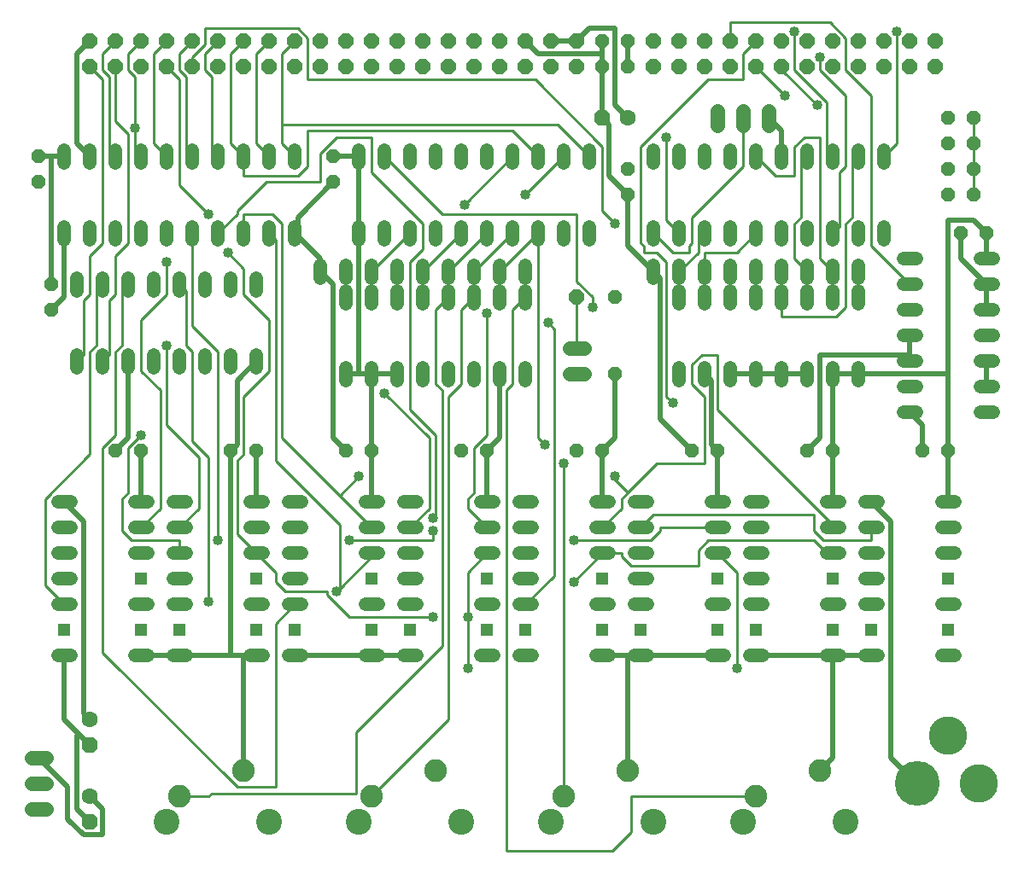
<source format=gtl>
G75*
%MOIN*%
%OFA0B0*%
%FSLAX24Y24*%
%IPPOS*%
%LPD*%
%AMOC8*
5,1,8,0,0,1.08239X$1,22.5*
%
%ADD10OC8,0.0600*%
%ADD11OC8,0.0520*%
%ADD12OC8,0.0560*%
%ADD13C,0.0520*%
%ADD14R,0.0515X0.0515*%
%ADD15OC8,0.0630*%
%ADD16C,0.0630*%
%ADD17C,0.0886*%
%ADD18C,0.1012*%
%ADD19C,0.0560*%
%ADD20C,0.1750*%
%ADD21C,0.1500*%
%ADD22C,0.0200*%
%ADD23C,0.0100*%
%ADD24C,0.0400*%
D10*
X022680Y023680D03*
X022680Y032680D03*
X022680Y033680D03*
X021680Y033680D03*
X021680Y032680D03*
X020680Y032680D03*
X020680Y033680D03*
X019680Y033680D03*
X019680Y032680D03*
X018680Y032680D03*
X018680Y033680D03*
X017680Y033680D03*
X017680Y032680D03*
X016680Y032680D03*
X016680Y033680D03*
X015680Y033680D03*
X015680Y032680D03*
X014680Y032680D03*
X014680Y033680D03*
X013680Y033680D03*
X013680Y032680D03*
X012680Y032680D03*
X012680Y033680D03*
X011680Y033680D03*
X011680Y032680D03*
X010680Y032680D03*
X010680Y033680D03*
X009680Y033680D03*
X009680Y032680D03*
X008680Y032680D03*
X008680Y033680D03*
X007680Y033680D03*
X007680Y032680D03*
X006680Y032680D03*
X006680Y033680D03*
X005680Y033680D03*
X005680Y032680D03*
X004680Y032680D03*
X004680Y033680D03*
X003680Y033680D03*
X003680Y032680D03*
X025680Y032680D03*
X025680Y033680D03*
X026680Y033680D03*
X026680Y032680D03*
X027680Y032680D03*
X027680Y033680D03*
X028680Y033680D03*
X028680Y032680D03*
X029680Y032680D03*
X029680Y033680D03*
X030680Y033680D03*
X030680Y032680D03*
X031680Y032680D03*
X031680Y033680D03*
X032680Y033680D03*
X032680Y032680D03*
X033680Y032680D03*
X033680Y033680D03*
X034680Y033680D03*
X034680Y032680D03*
X035680Y032680D03*
X035680Y033680D03*
X036680Y033680D03*
X036680Y032680D03*
D11*
X037680Y026180D03*
X038680Y026180D03*
X037180Y017680D03*
X036180Y017680D03*
X032680Y017680D03*
X031680Y017680D03*
X028180Y017680D03*
X027180Y017680D03*
X023680Y017680D03*
X022680Y017680D03*
X024180Y020680D03*
X024180Y023680D03*
X024680Y027680D03*
X024680Y028680D03*
X013180Y028180D03*
X013180Y029180D03*
X002180Y024180D03*
X002180Y023180D03*
X001680Y028180D03*
X001680Y029180D03*
X004680Y017680D03*
X005680Y017680D03*
X009180Y017680D03*
X010180Y017680D03*
X013680Y017680D03*
X014680Y017680D03*
X018180Y017680D03*
X019180Y017680D03*
D12*
X023680Y032680D03*
X023680Y033680D03*
X024680Y033680D03*
X024680Y032680D03*
X037180Y030680D03*
X037180Y029680D03*
X037180Y028680D03*
X037180Y027680D03*
X038180Y027680D03*
X038180Y028680D03*
X038180Y029680D03*
X038180Y030680D03*
D13*
X034680Y029440D02*
X034680Y028920D01*
X033680Y028920D02*
X033680Y029440D01*
X032680Y029440D02*
X032680Y028920D01*
X031680Y028920D02*
X031680Y029440D01*
X030680Y029440D02*
X030680Y028920D01*
X029680Y028920D02*
X029680Y029440D01*
X028680Y029440D02*
X028680Y028920D01*
X027680Y028920D02*
X027680Y029440D01*
X026680Y029440D02*
X026680Y028920D01*
X025680Y028920D02*
X025680Y029440D01*
X023180Y029440D02*
X023180Y028920D01*
X022180Y028920D02*
X022180Y029440D01*
X021180Y029440D02*
X021180Y028920D01*
X020180Y028920D02*
X020180Y029440D01*
X019180Y029440D02*
X019180Y028920D01*
X018180Y028920D02*
X018180Y029440D01*
X017180Y029440D02*
X017180Y028920D01*
X016180Y028920D02*
X016180Y029440D01*
X015180Y029440D02*
X015180Y028920D01*
X014180Y028920D02*
X014180Y029440D01*
X011680Y029440D02*
X011680Y028920D01*
X010680Y028920D02*
X010680Y029440D01*
X009680Y029440D02*
X009680Y028920D01*
X008680Y028920D02*
X008680Y029440D01*
X007680Y029440D02*
X007680Y028920D01*
X006680Y028920D02*
X006680Y029440D01*
X005680Y029440D02*
X005680Y028920D01*
X004680Y028920D02*
X004680Y029440D01*
X003680Y029440D02*
X003680Y028920D01*
X002680Y028920D02*
X002680Y029440D01*
X002680Y026440D02*
X002680Y025920D01*
X003680Y025920D02*
X003680Y026440D01*
X004680Y026440D02*
X004680Y025920D01*
X005680Y025920D02*
X005680Y026440D01*
X006680Y026440D02*
X006680Y025920D01*
X007680Y025920D02*
X007680Y026440D01*
X008680Y026440D02*
X008680Y025920D01*
X009680Y025920D02*
X009680Y026440D01*
X010680Y026440D02*
X010680Y025920D01*
X011680Y025920D02*
X011680Y026440D01*
X012680Y024940D02*
X012680Y024420D01*
X013680Y024420D02*
X013680Y024940D01*
X014680Y024940D02*
X014680Y024420D01*
X014680Y023940D02*
X014680Y023420D01*
X013680Y023420D02*
X013680Y023940D01*
X015680Y023940D02*
X015680Y023420D01*
X015680Y024420D02*
X015680Y024940D01*
X016680Y024940D02*
X016680Y024420D01*
X016680Y023940D02*
X016680Y023420D01*
X017680Y023420D02*
X017680Y023940D01*
X017680Y024420D02*
X017680Y024940D01*
X018680Y024940D02*
X018680Y024420D01*
X018680Y023940D02*
X018680Y023420D01*
X019680Y023420D02*
X019680Y023940D01*
X019680Y024420D02*
X019680Y024940D01*
X020680Y024940D02*
X020680Y024420D01*
X020680Y023940D02*
X020680Y023420D01*
X020680Y020940D02*
X020680Y020420D01*
X019680Y020420D02*
X019680Y020940D01*
X018680Y020940D02*
X018680Y020420D01*
X017680Y020420D02*
X017680Y020940D01*
X016680Y020940D02*
X016680Y020420D01*
X015680Y020420D02*
X015680Y020940D01*
X014680Y020940D02*
X014680Y020420D01*
X013680Y020420D02*
X013680Y020940D01*
X010180Y020920D02*
X010180Y021440D01*
X009180Y021440D02*
X009180Y020920D01*
X008180Y020920D02*
X008180Y021440D01*
X007180Y021440D02*
X007180Y020920D01*
X006180Y020920D02*
X006180Y021440D01*
X005180Y021440D02*
X005180Y020920D01*
X004180Y020920D02*
X004180Y021440D01*
X003180Y021440D02*
X003180Y020920D01*
X003180Y023920D02*
X003180Y024440D01*
X004180Y024440D02*
X004180Y023920D01*
X005180Y023920D02*
X005180Y024440D01*
X006180Y024440D02*
X006180Y023920D01*
X007180Y023920D02*
X007180Y024440D01*
X008180Y024440D02*
X008180Y023920D01*
X009180Y023920D02*
X009180Y024440D01*
X010180Y024440D02*
X010180Y023920D01*
X014180Y025920D02*
X014180Y026440D01*
X015180Y026440D02*
X015180Y025920D01*
X016180Y025920D02*
X016180Y026440D01*
X017180Y026440D02*
X017180Y025920D01*
X018180Y025920D02*
X018180Y026440D01*
X019180Y026440D02*
X019180Y025920D01*
X020180Y025920D02*
X020180Y026440D01*
X021180Y026440D02*
X021180Y025920D01*
X022180Y025920D02*
X022180Y026440D01*
X023180Y026440D02*
X023180Y025920D01*
X025680Y025920D02*
X025680Y026440D01*
X026680Y026440D02*
X026680Y025920D01*
X027680Y025920D02*
X027680Y026440D01*
X028680Y026440D02*
X028680Y025920D01*
X029680Y025920D02*
X029680Y026440D01*
X030680Y026440D02*
X030680Y025920D01*
X031680Y025920D02*
X031680Y026440D01*
X032680Y026440D02*
X032680Y025920D01*
X032680Y024940D02*
X032680Y024420D01*
X032680Y023940D02*
X032680Y023420D01*
X031680Y023420D02*
X031680Y023940D01*
X031680Y024420D02*
X031680Y024940D01*
X030680Y024940D02*
X030680Y024420D01*
X030680Y023940D02*
X030680Y023420D01*
X029680Y023420D02*
X029680Y023940D01*
X029680Y024420D02*
X029680Y024940D01*
X028680Y024940D02*
X028680Y024420D01*
X028680Y023940D02*
X028680Y023420D01*
X027680Y023420D02*
X027680Y023940D01*
X027680Y024420D02*
X027680Y024940D01*
X026680Y024940D02*
X026680Y024420D01*
X026680Y023940D02*
X026680Y023420D01*
X025680Y024420D02*
X025680Y024940D01*
X026680Y020940D02*
X026680Y020420D01*
X027680Y020420D02*
X027680Y020940D01*
X028680Y020940D02*
X028680Y020420D01*
X029680Y020420D02*
X029680Y020940D01*
X030680Y020940D02*
X030680Y020420D01*
X031680Y020420D02*
X031680Y020940D01*
X032680Y020940D02*
X032680Y020420D01*
X033680Y020420D02*
X033680Y020940D01*
X035420Y021180D02*
X035940Y021180D01*
X035940Y022180D02*
X035420Y022180D01*
X035420Y023180D02*
X035940Y023180D01*
X035940Y024180D02*
X035420Y024180D01*
X035420Y025180D02*
X035940Y025180D01*
X034680Y025920D02*
X034680Y026440D01*
X033680Y026440D02*
X033680Y025920D01*
X033680Y024940D02*
X033680Y024420D01*
X033680Y023940D02*
X033680Y023420D01*
X035420Y020180D02*
X035940Y020180D01*
X035940Y019180D02*
X035420Y019180D01*
X038420Y019180D02*
X038940Y019180D01*
X038940Y020180D02*
X038420Y020180D01*
X038420Y021180D02*
X038940Y021180D01*
X038940Y022180D02*
X038420Y022180D01*
X038420Y023180D02*
X038940Y023180D01*
X038940Y024180D02*
X038420Y024180D01*
X038420Y025180D02*
X038940Y025180D01*
X037440Y015680D02*
X036920Y015680D01*
X036920Y014680D02*
X037440Y014680D01*
X037440Y013680D02*
X036920Y013680D01*
X036920Y011680D02*
X037440Y011680D01*
X037440Y009680D02*
X036920Y009680D01*
X034440Y009680D02*
X033920Y009680D01*
X032940Y009680D02*
X032420Y009680D01*
X032420Y011680D02*
X032940Y011680D01*
X033920Y011680D02*
X034440Y011680D01*
X034440Y012680D02*
X033920Y012680D01*
X033920Y013680D02*
X034440Y013680D01*
X034440Y014680D02*
X033920Y014680D01*
X032940Y014680D02*
X032420Y014680D01*
X032420Y013680D02*
X032940Y013680D01*
X032940Y015680D02*
X032420Y015680D01*
X033920Y015680D02*
X034440Y015680D01*
X029940Y015680D02*
X029420Y015680D01*
X028440Y015680D02*
X027920Y015680D01*
X027920Y014680D02*
X028440Y014680D01*
X028440Y013680D02*
X027920Y013680D01*
X029420Y013680D02*
X029940Y013680D01*
X029940Y014680D02*
X029420Y014680D01*
X029420Y012680D02*
X029940Y012680D01*
X029940Y011680D02*
X029420Y011680D01*
X028440Y011680D02*
X027920Y011680D01*
X027920Y009680D02*
X028440Y009680D01*
X029420Y009680D02*
X029940Y009680D01*
X025440Y009680D02*
X024920Y009680D01*
X023940Y009680D02*
X023420Y009680D01*
X023420Y011680D02*
X023940Y011680D01*
X024920Y011680D02*
X025440Y011680D01*
X025440Y012680D02*
X024920Y012680D01*
X024920Y013680D02*
X025440Y013680D01*
X025440Y014680D02*
X024920Y014680D01*
X023940Y014680D02*
X023420Y014680D01*
X023420Y013680D02*
X023940Y013680D01*
X023940Y015680D02*
X023420Y015680D01*
X024920Y015680D02*
X025440Y015680D01*
X020940Y015680D02*
X020420Y015680D01*
X019440Y015680D02*
X018920Y015680D01*
X018920Y014680D02*
X019440Y014680D01*
X019440Y013680D02*
X018920Y013680D01*
X020420Y013680D02*
X020940Y013680D01*
X020940Y014680D02*
X020420Y014680D01*
X020420Y012680D02*
X020940Y012680D01*
X020940Y011680D02*
X020420Y011680D01*
X019440Y011680D02*
X018920Y011680D01*
X018920Y009680D02*
X019440Y009680D01*
X020420Y009680D02*
X020940Y009680D01*
X016440Y009680D02*
X015920Y009680D01*
X014940Y009680D02*
X014420Y009680D01*
X014420Y011680D02*
X014940Y011680D01*
X015920Y011680D02*
X016440Y011680D01*
X016440Y012680D02*
X015920Y012680D01*
X015920Y013680D02*
X016440Y013680D01*
X016440Y014680D02*
X015920Y014680D01*
X014940Y014680D02*
X014420Y014680D01*
X014420Y013680D02*
X014940Y013680D01*
X014940Y015680D02*
X014420Y015680D01*
X015920Y015680D02*
X016440Y015680D01*
X011940Y015680D02*
X011420Y015680D01*
X010440Y015680D02*
X009920Y015680D01*
X009920Y014680D02*
X010440Y014680D01*
X011420Y014680D02*
X011940Y014680D01*
X011940Y013680D02*
X011420Y013680D01*
X010440Y013680D02*
X009920Y013680D01*
X011420Y012680D02*
X011940Y012680D01*
X011940Y011680D02*
X011420Y011680D01*
X010440Y011680D02*
X009920Y011680D01*
X009920Y009680D02*
X010440Y009680D01*
X011420Y009680D02*
X011940Y009680D01*
X007440Y009680D02*
X006920Y009680D01*
X005940Y009680D02*
X005420Y009680D01*
X005420Y011680D02*
X005940Y011680D01*
X006920Y011680D02*
X007440Y011680D01*
X007440Y012680D02*
X006920Y012680D01*
X006920Y013680D02*
X007440Y013680D01*
X007440Y014680D02*
X006920Y014680D01*
X005940Y014680D02*
X005420Y014680D01*
X005420Y013680D02*
X005940Y013680D01*
X005940Y015680D02*
X005420Y015680D01*
X006920Y015680D02*
X007440Y015680D01*
X002940Y015680D02*
X002420Y015680D01*
X002420Y014680D02*
X002940Y014680D01*
X002940Y013680D02*
X002420Y013680D01*
X002420Y012680D02*
X002940Y012680D01*
X002940Y011680D02*
X002420Y011680D01*
X002420Y009680D02*
X002940Y009680D01*
D14*
X002680Y010680D03*
X005680Y010680D03*
X007180Y010680D03*
X005680Y012680D03*
X010180Y012680D03*
X010180Y010680D03*
X011680Y010680D03*
X014680Y010680D03*
X016180Y010680D03*
X014680Y012680D03*
X019180Y012680D03*
X019180Y010680D03*
X020680Y010680D03*
X023680Y010680D03*
X025180Y010680D03*
X023680Y012680D03*
X028180Y012680D03*
X028180Y010680D03*
X029680Y010680D03*
X032680Y010680D03*
X034180Y010680D03*
X032680Y012680D03*
X037180Y012680D03*
X037180Y010680D03*
D15*
X023680Y030680D03*
X003680Y006180D03*
X003680Y003180D03*
D16*
X003680Y004180D03*
X003680Y007180D03*
X024680Y030680D03*
D17*
X024680Y005180D03*
X022180Y004180D03*
X017180Y005180D03*
X014680Y004180D03*
X009680Y005180D03*
X007180Y004180D03*
X029680Y004180D03*
X032180Y005180D03*
D18*
X033180Y003180D03*
X029180Y003180D03*
X025680Y003180D03*
X021680Y003180D03*
X018180Y003180D03*
X014180Y003180D03*
X010680Y003180D03*
X006680Y003180D03*
D19*
X001960Y003680D02*
X001400Y003680D01*
X001400Y004680D02*
X001960Y004680D01*
X001960Y005680D02*
X001400Y005680D01*
X022400Y020680D02*
X022960Y020680D01*
X022960Y021680D02*
X022400Y021680D01*
X028180Y030400D02*
X028180Y030960D01*
X029180Y030960D02*
X029180Y030400D01*
X030180Y030400D02*
X030180Y030960D01*
D20*
X035960Y004680D03*
D21*
X037180Y006570D03*
X038361Y004680D03*
D22*
X003430Y002680D02*
X002805Y003305D01*
X002805Y004555D01*
X001680Y005680D01*
X003180Y006555D02*
X003243Y006618D01*
X003680Y006180D01*
X003243Y006618D02*
X002680Y007180D01*
X002680Y009680D01*
X003430Y007430D02*
X003430Y014930D01*
X002680Y015680D01*
X004680Y017680D02*
X005180Y018180D01*
X005180Y021180D01*
X002680Y023680D02*
X002680Y026180D01*
X002180Y024180D02*
X002180Y029180D01*
X001680Y029180D01*
X002180Y029180D02*
X002680Y029180D01*
X003180Y029680D02*
X003680Y029180D01*
X003180Y029680D02*
X003180Y033180D01*
X003680Y033680D01*
X011805Y026805D02*
X011805Y026180D01*
X011680Y026180D01*
X012680Y025180D01*
X012680Y024680D01*
X013180Y024180D01*
X013180Y018180D01*
X013680Y017680D01*
X014680Y017680D02*
X014680Y020680D01*
X015680Y020680D01*
X014680Y020680D02*
X014180Y020680D01*
X014180Y026180D01*
X014180Y029180D01*
X013180Y029180D01*
X013180Y028180D02*
X011805Y026805D01*
X010180Y021180D02*
X009430Y020430D01*
X009430Y017930D01*
X009180Y017680D01*
X009180Y009680D01*
X009680Y009680D01*
X010180Y009680D01*
X009680Y009680D02*
X009680Y005180D01*
X009180Y009680D02*
X007180Y009680D01*
X005680Y009680D01*
X003430Y007430D02*
X003680Y007180D01*
X003180Y006555D02*
X003180Y003680D01*
X003680Y003180D01*
X003430Y002680D02*
X004180Y002680D01*
X004180Y003680D01*
X003680Y004180D01*
X011680Y009680D02*
X014680Y009680D01*
X016180Y009680D01*
X014680Y015680D02*
X014680Y017680D01*
X014180Y020680D02*
X013680Y020680D01*
X010180Y017680D02*
X010180Y015680D01*
X005680Y015680D02*
X005680Y017680D01*
X002180Y023180D02*
X002680Y023680D01*
X019180Y017680D02*
X019180Y015680D01*
X019180Y017680D02*
X019680Y018180D01*
X019680Y020680D01*
X023680Y017680D02*
X024180Y018180D01*
X024180Y020680D01*
X025930Y018930D02*
X027180Y017680D01*
X027930Y017930D02*
X027930Y020430D01*
X027680Y020680D01*
X028680Y020680D02*
X029680Y020680D01*
X030680Y020680D01*
X031680Y020680D01*
X032180Y021430D02*
X032180Y018180D01*
X031680Y017680D01*
X032680Y017680D02*
X032680Y020680D01*
X033680Y020680D01*
X037180Y020680D01*
X037180Y026680D01*
X038180Y026680D01*
X038680Y026180D01*
X038680Y025180D01*
X037680Y025180D02*
X037680Y026180D01*
X037680Y025180D02*
X038680Y024180D01*
X038680Y023180D01*
X038680Y021180D02*
X038680Y020180D01*
X037180Y020680D02*
X037180Y017680D01*
X037180Y015680D01*
X034930Y014930D02*
X034180Y015680D01*
X034930Y014930D02*
X034930Y005680D01*
X035930Y004680D01*
X035960Y004680D01*
X032680Y005680D02*
X032680Y009680D01*
X029680Y009680D01*
X028180Y009680D02*
X025180Y009680D01*
X024680Y009680D01*
X024680Y005180D01*
X024680Y009680D02*
X023680Y009680D01*
X023680Y015680D02*
X023680Y017680D01*
X025930Y018930D02*
X025930Y024430D01*
X025680Y024680D01*
X024680Y025680D01*
X024680Y027680D01*
X023930Y028430D01*
X023930Y030430D01*
X023680Y030680D01*
X023680Y032680D01*
X023680Y033180D01*
X021180Y033180D01*
X020680Y033680D01*
X021680Y033680D02*
X022680Y033680D01*
X023180Y034180D01*
X024180Y034180D01*
X024180Y031180D01*
X024680Y030680D01*
X024680Y032680D02*
X024680Y033680D01*
X023680Y033680D02*
X023680Y033180D01*
X030180Y030680D02*
X030680Y030180D01*
X030680Y029180D01*
X035680Y022180D02*
X035680Y021430D01*
X035680Y021180D01*
X035680Y021430D02*
X032180Y021430D01*
X035680Y019180D02*
X036180Y018680D01*
X036180Y017680D01*
X032680Y017680D02*
X032680Y015680D01*
X028180Y015680D02*
X028180Y017680D01*
X027930Y017930D01*
X032680Y009680D02*
X034180Y009680D01*
X032680Y005680D02*
X032180Y005180D01*
D23*
X029680Y004180D02*
X024805Y004180D01*
X024805Y002805D01*
X024055Y002055D01*
X019930Y002055D01*
X019930Y020055D01*
X020180Y020305D01*
X020180Y023180D01*
X020680Y023680D01*
X020680Y024680D01*
X019680Y024680D02*
X019680Y023680D01*
X019180Y023055D02*
X019180Y018305D01*
X018680Y017805D01*
X018680Y016055D01*
X018430Y015805D01*
X018430Y015430D01*
X019180Y014680D01*
X019180Y013680D02*
X018430Y012930D01*
X018430Y011180D01*
X018430Y009180D01*
X017430Y010055D02*
X017430Y020055D01*
X017180Y020305D01*
X017180Y023180D01*
X017680Y023680D01*
X017680Y024680D01*
X019180Y026180D01*
X020180Y026180D02*
X018680Y024680D01*
X018680Y023680D01*
X018180Y023180D01*
X018180Y020305D01*
X017680Y019805D01*
X017680Y007180D01*
X014680Y004180D01*
X014055Y004305D02*
X014055Y006680D01*
X017430Y010055D01*
X017055Y011180D02*
X013805Y011180D01*
X012930Y012055D01*
X012930Y012180D01*
X011305Y012180D01*
X010930Y012555D01*
X010930Y012930D01*
X010180Y013680D01*
X009430Y014430D01*
X009430Y017305D01*
X009680Y017555D01*
X009680Y019805D01*
X010680Y020805D01*
X010680Y022805D01*
X009680Y023805D01*
X009680Y024805D01*
X009055Y025430D01*
X008680Y026180D02*
X009430Y026930D01*
X009430Y027055D01*
X010555Y028180D01*
X012680Y028180D01*
X012680Y029305D01*
X013305Y029930D01*
X014680Y029930D01*
X014680Y028555D01*
X016680Y026555D01*
X016680Y025555D01*
X016180Y025055D01*
X016180Y019305D01*
X017180Y018305D01*
X017180Y015180D01*
X017055Y015055D01*
X017055Y014555D02*
X017055Y014180D01*
X013805Y014180D01*
X013430Y014805D02*
X013430Y012305D01*
X013305Y012180D01*
X013430Y012305D02*
X014680Y013555D01*
X014680Y013680D01*
X014680Y014680D02*
X013430Y015930D01*
X014180Y016680D01*
X013430Y015930D02*
X011180Y018180D01*
X011180Y026555D01*
X010805Y026930D01*
X009680Y026930D01*
X009680Y026180D01*
X010680Y026180D02*
X010930Y025930D01*
X010930Y017305D01*
X013430Y014805D01*
X016180Y014680D02*
X016930Y015430D01*
X016930Y018180D01*
X015180Y019930D01*
X014680Y023680D02*
X014680Y024680D01*
X016180Y026180D01*
X017430Y026930D02*
X022680Y026930D01*
X022680Y024305D01*
X023305Y023680D01*
X023305Y023305D01*
X022680Y023680D02*
X022680Y021680D01*
X021805Y022430D02*
X021805Y012805D01*
X020680Y011680D01*
X022555Y012555D02*
X023680Y013680D01*
X024430Y013680D01*
X024430Y013555D01*
X024805Y013180D01*
X027430Y013180D01*
X027430Y013805D01*
X027805Y014180D01*
X031930Y014180D01*
X032430Y013680D01*
X032680Y013680D01*
X032305Y014180D02*
X034180Y014180D01*
X034180Y014680D01*
X032680Y014680D02*
X032680Y014805D01*
X028180Y019305D01*
X028180Y021430D01*
X027555Y021430D01*
X027180Y021055D01*
X027180Y020305D01*
X027680Y019805D01*
X027680Y017180D01*
X025805Y017180D01*
X024680Y016055D01*
X024180Y016555D01*
X024180Y016680D01*
X024680Y016055D02*
X024430Y015805D01*
X024430Y015430D01*
X023680Y014680D01*
X022555Y014180D02*
X025555Y014180D01*
X025930Y014555D01*
X025930Y014680D01*
X028180Y014680D01*
X028180Y013680D02*
X028930Y012930D01*
X028930Y009180D01*
X032305Y014180D02*
X031930Y014555D01*
X031930Y015180D01*
X025680Y015180D01*
X025180Y014680D01*
X022180Y017180D02*
X022180Y004180D01*
X014055Y004305D02*
X008430Y004305D01*
X008305Y004180D01*
X007180Y004180D01*
X009430Y004555D02*
X010930Y004555D01*
X010930Y010930D01*
X011680Y011680D01*
X008305Y011805D02*
X008305Y017430D01*
X007680Y018055D01*
X007680Y021555D01*
X007430Y021805D01*
X007430Y023930D01*
X007180Y024180D01*
X006680Y023805D02*
X006680Y025055D01*
X006680Y023805D02*
X005680Y022805D01*
X005680Y020805D01*
X006430Y020055D01*
X006430Y015430D01*
X005680Y014680D01*
X005305Y014180D02*
X007180Y014180D01*
X007180Y013680D01*
X007180Y014680D02*
X007930Y015430D01*
X007930Y017430D01*
X006680Y018680D01*
X006680Y021805D01*
X007680Y022555D02*
X008680Y021555D01*
X008680Y014180D01*
X005305Y014180D02*
X004930Y014555D01*
X004930Y015805D01*
X005180Y016055D01*
X005180Y017805D01*
X005680Y018305D01*
X004680Y018305D02*
X004180Y017805D01*
X004180Y009805D01*
X009430Y004555D01*
X002680Y011680D02*
X001930Y012430D01*
X001930Y015805D01*
X003680Y017555D01*
X003680Y021555D01*
X003930Y021805D01*
X003930Y023930D01*
X004180Y024180D01*
X004680Y023805D02*
X004680Y025305D01*
X005180Y025805D01*
X005180Y030055D01*
X004680Y030555D01*
X004680Y032680D01*
X004430Y032305D02*
X004180Y032555D01*
X004180Y033180D01*
X004680Y033680D01*
X005180Y033180D02*
X005680Y033680D01*
X005180Y033180D02*
X005180Y032555D01*
X005430Y032305D01*
X005430Y030305D01*
X005430Y029430D01*
X005680Y029180D01*
X006180Y029680D02*
X006180Y033180D01*
X006680Y033680D01*
X007180Y033180D02*
X007680Y033680D01*
X008180Y033555D02*
X007680Y033055D01*
X007680Y032680D01*
X007430Y032305D02*
X007180Y032555D01*
X007180Y033180D01*
X006680Y032680D02*
X007180Y032180D01*
X007180Y028055D01*
X008305Y026930D01*
X007680Y026180D02*
X007680Y022555D01*
X005180Y024180D02*
X004930Y023930D01*
X004930Y021805D01*
X004680Y021555D01*
X004680Y018305D01*
X004180Y021180D02*
X004430Y021430D01*
X004430Y023555D01*
X004680Y023805D01*
X003680Y023805D02*
X003430Y023555D01*
X003430Y021430D01*
X003180Y021180D01*
X003680Y023805D02*
X003680Y025305D01*
X004180Y025805D01*
X004180Y032180D01*
X003680Y032680D01*
X004430Y032305D02*
X004430Y029430D01*
X004680Y029180D01*
X006180Y029680D02*
X006680Y029180D01*
X007430Y029430D02*
X007430Y032305D01*
X008180Y032555D02*
X008180Y033180D01*
X008680Y033680D01*
X008180Y033555D02*
X008180Y034180D01*
X011805Y034180D01*
X012180Y033805D01*
X012180Y032180D01*
X021055Y032180D01*
X023680Y029555D01*
X023680Y027055D01*
X024180Y026555D01*
X025180Y025805D02*
X025180Y029555D01*
X027805Y032180D01*
X029180Y032180D01*
X029180Y033180D01*
X029680Y033680D01*
X029680Y032680D02*
X030805Y031555D01*
X030680Y032555D02*
X030680Y032680D01*
X030680Y032555D02*
X032055Y031180D01*
X032430Y031305D02*
X031180Y032555D01*
X031180Y034055D01*
X032180Y033055D02*
X032180Y032555D01*
X033180Y031555D01*
X033180Y028805D01*
X032930Y028555D01*
X032930Y026430D01*
X032680Y026180D01*
X033180Y026555D02*
X033180Y023305D01*
X032805Y022930D01*
X030680Y022930D01*
X030680Y023680D01*
X030680Y024680D01*
X031180Y025180D02*
X031680Y024680D01*
X031680Y023680D01*
X032680Y023680D02*
X032680Y024680D01*
X032180Y025180D01*
X032180Y029930D01*
X031555Y029930D01*
X031180Y029555D01*
X031180Y028430D01*
X030430Y028430D01*
X029680Y029180D01*
X029180Y028805D02*
X029180Y030680D01*
X029180Y028805D02*
X027180Y026805D01*
X027180Y025805D01*
X027055Y025680D01*
X027055Y025430D01*
X026430Y025430D01*
X025680Y026180D01*
X026180Y026680D02*
X026180Y029930D01*
X023180Y029180D02*
X021930Y030430D01*
X011180Y030430D01*
X011180Y029680D01*
X011680Y029180D01*
X012180Y028805D02*
X011805Y028430D01*
X009680Y028430D01*
X009680Y029180D01*
X009180Y029680D01*
X009180Y033180D01*
X009680Y033680D01*
X010180Y033180D02*
X010680Y033680D01*
X010180Y033180D02*
X010180Y029680D01*
X010680Y029180D01*
X011180Y030430D02*
X011180Y033180D01*
X011680Y033680D01*
X008430Y032305D02*
X008180Y032555D01*
X008430Y032305D02*
X008430Y029430D01*
X008680Y029180D01*
X007680Y029180D02*
X007430Y029430D01*
X012180Y028805D02*
X012180Y030180D01*
X020180Y030180D01*
X021180Y029180D01*
X022180Y029180D02*
X020680Y027680D01*
X020180Y029180D02*
X018305Y027305D01*
X017430Y026930D02*
X015180Y029180D01*
X018180Y026180D02*
X016680Y024680D01*
X016680Y023680D01*
X015680Y023680D02*
X015680Y024680D01*
X013680Y024680D02*
X013680Y023680D01*
X019680Y024680D02*
X021180Y026180D01*
X021180Y018180D01*
X021430Y017930D01*
X021805Y022430D02*
X021555Y022680D01*
X025180Y025805D02*
X025305Y025680D01*
X025305Y025430D01*
X025805Y025430D01*
X026180Y025055D01*
X026180Y019805D01*
X026430Y019555D01*
X026680Y023680D02*
X026680Y024680D01*
X027430Y025430D01*
X027430Y025930D01*
X027680Y026180D01*
X026680Y026180D02*
X026180Y026680D01*
X027680Y025430D02*
X027680Y024680D01*
X027680Y023680D01*
X028680Y023680D02*
X028680Y024680D01*
X028930Y025430D02*
X027680Y025430D01*
X028930Y025430D02*
X029680Y026180D01*
X031180Y026555D02*
X031180Y025180D01*
X031180Y026555D02*
X031430Y026805D01*
X031430Y028930D01*
X031680Y029180D01*
X032430Y029430D02*
X032680Y029180D01*
X032430Y029430D02*
X032430Y031305D01*
X033180Y032555D02*
X033180Y033805D01*
X032555Y034430D01*
X028680Y034430D01*
X028680Y033680D01*
X033180Y032555D02*
X034180Y031555D01*
X034180Y025680D01*
X035680Y024180D01*
X033680Y024680D02*
X033680Y023680D01*
X033180Y026555D02*
X033430Y026805D01*
X033430Y028930D01*
X033680Y029180D01*
X034680Y029180D02*
X035180Y029680D01*
X035180Y034055D01*
X038180Y030680D02*
X038180Y029680D01*
X038180Y028680D01*
X038180Y027680D01*
X029680Y024680D02*
X029680Y023680D01*
D24*
X026430Y019555D03*
X024180Y016680D03*
X022180Y017180D03*
X021430Y017930D03*
X017055Y015055D03*
X017055Y014555D03*
X014180Y016680D03*
X013805Y014180D03*
X013305Y012180D03*
X017055Y011180D03*
X018430Y011180D03*
X018430Y009180D03*
X022555Y012555D03*
X022555Y014180D03*
X028930Y009180D03*
X015180Y019930D03*
X019180Y023055D03*
X021555Y022680D03*
X023305Y023305D03*
X024180Y026555D03*
X020680Y027680D03*
X018305Y027305D03*
X026180Y029930D03*
X030805Y031555D03*
X032055Y031180D03*
X032180Y033055D03*
X031180Y034055D03*
X035180Y034055D03*
X009055Y025430D03*
X008305Y026930D03*
X006680Y025055D03*
X006680Y021805D03*
X005680Y018305D03*
X008680Y014180D03*
X008305Y011805D03*
X005430Y030305D03*
M02*

</source>
